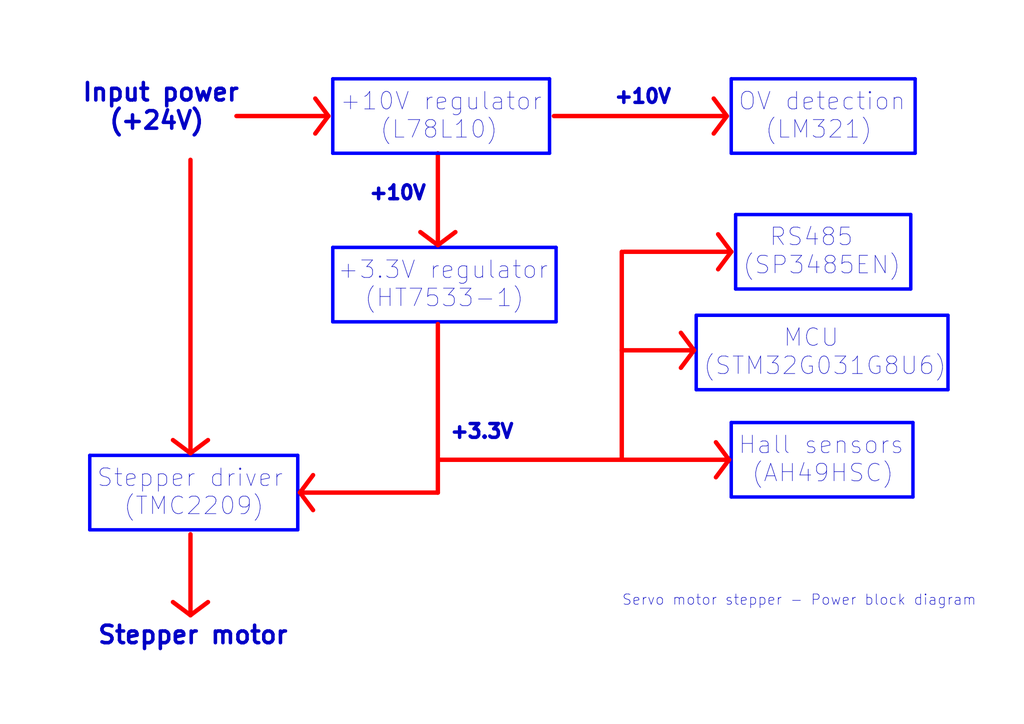
<source format=kicad_sch>
(kicad_sch (version 20230121) (generator eeschema)
  (paper "A4")
  (title_block (title "Servo motor stepper M4 -  Power block diagram") (date "2024-03-07") (rev "V1"))
  (lib_symbols)
  (polyline (pts (xy 127 70.485) (xy 127 44.45)) (stroke (width 1.27) (type solid) (color 255 0 0 1)))
  (polyline (pts (xy 96.52 71.755) (xy 96.52 93.345)) (stroke (width 1) (type solid) (color 0 0 255 1)))
  (polyline (pts (xy 201.93 91.44) (xy 274.955 91.44)) (stroke (width 1) (type solid) (color 0 0 255 1)))
  (polyline (pts (xy 26.035 132.08) (xy 86.36 132.08)) (stroke (width 1) (type solid) (color 0 0 255 1)))
  (polyline (pts (xy 96.52 22.86) (xy 96.52 44.45)) (stroke (width 1) (type solid) (color 0 0 255 1)))
  (polyline (pts (xy 212.09 22.86) (xy 212.09 44.45)) (stroke (width 1) (type solid) (color 0 0 255 1)))
  (polyline (pts (xy 90.805 147.955) (xy 86.995 142.875)) (stroke (width 1.27) (type solid) (color 255 0 0 1)))
  (polyline (pts (xy 207.01 28.575) (xy 210.82 33.655)) (stroke (width 1.27) (type solid) (color 255 0 0 1)))
  (polyline (pts (xy 264.16 62.23) (xy 264.16 83.82)) (stroke (width 1) (type solid) (color 0 0 255 1)))
  (polyline (pts (xy 60.325 174.625) (xy 55.245 178.435)) (stroke (width 1.27) (type solid) (color 255 0 0 1)))
  (polyline (pts (xy 264.795 122.555) (xy 264.795 144.145)) (stroke (width 1) (type solid) (color 0 0 255 1)))
  (polyline (pts (xy 55.245 131.445) (xy 50.165 127.635)) (stroke (width 1.27) (type solid) (color 255 0 0 1)))
  (polyline (pts (xy 159.385 44.45) (xy 96.52 44.45)) (stroke (width 1) (type solid) (color 0 0 255 1)))
  (polyline (pts (xy 55.245 131.445) (xy 55.245 46.355)) (stroke (width 1.27) (type solid) (color 255 0 0 1)))
  (polyline (pts (xy 161.29 71.755) (xy 161.29 93.345)) (stroke (width 1) (type solid) (color 0 0 255 1)))
  (polyline (pts (xy 210.82 33.655) (xy 207.01 38.735)) (stroke (width 1.27) (type solid) (color 255 0 0 1)))
  (polyline (pts (xy 86.995 142.875) (xy 127 142.875)) (stroke (width 1.27) (type solid) (color 255 0 0 1)))
  (polyline (pts (xy 95.25 33.655) (xy 91.44 38.735)) (stroke (width 1.27) (type solid) (color 255 0 0 1)))
  (polyline (pts (xy 208.28 67.945) (xy 212.09 73.025)) (stroke (width 1.27) (type solid) (color 255 0 0 1)))
  (polyline (pts (xy 265.43 44.45) (xy 212.09 44.45)) (stroke (width 1) (type solid) (color 0 0 255 1)))
  (polyline (pts (xy 86.36 153.67) (xy 26.035 153.67)) (stroke (width 1) (type solid) (color 0 0 255 1)))
  (polyline (pts (xy 127 142.875) (xy 127 93.98)) (stroke (width 1.27) (type solid) (color 255 0 0 1)))
  (polyline (pts (xy 212.09 122.555) (xy 212.09 144.145)) (stroke (width 1) (type solid) (color 0 0 255 1)))
  (polyline (pts (xy 55.245 178.435) (xy 50.165 174.625)) (stroke (width 1.27) (type solid) (color 255 0 0 1)))
  (polyline (pts (xy 265.43 22.86) (xy 265.43 44.45)) (stroke (width 1) (type solid) (color 0 0 255 1)))
  (polyline (pts (xy 211.455 133.35) (xy 207.645 138.43)) (stroke (width 1.27) (type solid) (color 255 0 0 1)))
  (polyline (pts (xy 264.795 144.145) (xy 212.09 144.145)) (stroke (width 1) (type solid) (color 0 0 255 1)))
  (polyline (pts (xy 60.325 127.635) (xy 55.245 131.445)) (stroke (width 1.27) (type solid) (color 255 0 0 1)))
  (polyline (pts (xy 86.36 132.08) (xy 86.36 153.67)) (stroke (width 1) (type solid) (color 0 0 255 1)))
  (polyline (pts (xy 201.295 101.6) (xy 197.485 106.68)) (stroke (width 1.27) (type solid) (color 255 0 0 1)))
  (polyline (pts (xy 211.455 133.35) (xy 127.635 133.35)) (stroke (width 1.27) (type solid) (color 255 0 0 1)))
  (polyline (pts (xy 94.615 33.655) (xy 68.58 33.655)) (stroke (width 1.27) (type solid) (color 255 0 0 1)))
  (polyline (pts (xy 96.52 22.86) (xy 159.385 22.86)) (stroke (width 1) (type solid) (color 0 0 255 1)))
  (polyline (pts (xy 161.29 93.345) (xy 96.52 93.345)) (stroke (width 1) (type solid) (color 0 0 255 1)))
  (polyline (pts (xy 212.09 73.025) (xy 208.28 78.105)) (stroke (width 1.27) (type solid) (color 255 0 0 1)))
  (polyline (pts (xy 212.09 73.025) (xy 180.975 73.025)) (stroke (width 1.27) (type solid) (color 255 0 0 1)))
  (polyline (pts (xy 132.08 67.31) (xy 127 71.12)) (stroke (width 1.27) (type solid) (color 255 0 0 1)))
  (polyline (pts (xy 213.36 62.23) (xy 213.36 83.82)) (stroke (width 1) (type solid) (color 0 0 255 1)))
  (polyline (pts (xy 207.645 128.27) (xy 211.455 133.35)) (stroke (width 1.27) (type solid) (color 255 0 0 1)))
  (polyline (pts (xy 86.995 142.875) (xy 90.805 137.795)) (stroke (width 1.27) (type solid) (color 255 0 0 1)))
  (polyline (pts (xy 212.09 22.86) (xy 265.43 22.86)) (stroke (width 1) (type solid) (color 0 0 255 1)))
  (polyline (pts (xy 96.52 71.755) (xy 161.29 71.755)) (stroke (width 1) (type solid) (color 0 0 255 1)))
  (polyline (pts (xy 159.385 22.86) (xy 159.385 44.45)) (stroke (width 1) (type solid) (color 0 0 255 1)))
  (polyline (pts (xy 212.09 122.555) (xy 264.795 122.555)) (stroke (width 1) (type solid) (color 0 0 255 1)))
  (polyline (pts (xy 180.34 132.715) (xy 180.34 73.025)) (stroke (width 1.27) (type solid) (color 255 0 0 1)))
  (polyline (pts (xy 201.93 91.44) (xy 201.93 113.03)) (stroke (width 1) (type solid) (color 0 0 255 1)))
  (polyline (pts (xy 91.44 28.575) (xy 95.25 33.655)) (stroke (width 1.27) (type solid) (color 255 0 0 1)))
  (polyline (pts (xy 55.245 178.435) (xy 55.245 154.94)) (stroke (width 1.27) (type solid) (color 255 0 0 1)))
  (polyline (pts (xy 127 71.12) (xy 121.92 67.31)) (stroke (width 1.27) (type solid) (color 255 0 0 1)))
  (polyline (pts (xy 213.36 62.23) (xy 264.16 62.23)) (stroke (width 1) (type solid) (color 0 0 255 1)))
  (polyline (pts (xy 274.955 113.03) (xy 201.93 113.03)) (stroke (width 1) (type solid) (color 0 0 255 1)))
  (polyline (pts (xy 201.295 101.6) (xy 180.34 101.6)) (stroke (width 1.27) (type solid) (color 255 0 0 1)))
  (polyline (pts (xy 26.035 132.08) (xy 26.035 153.67)) (stroke (width 1) (type solid) (color 0 0 255 1)))
  (polyline (pts (xy 264.16 83.82) (xy 213.36 83.82)) (stroke (width 1) (type solid) (color 0 0 255 1)))
  (polyline (pts (xy 274.955 91.44) (xy 274.955 113.03)) (stroke (width 1) (type solid) (color 0 0 255 1)))
  (polyline (pts (xy 197.485 96.52) (xy 201.295 101.6)) (stroke (width 1.27) (type solid) (color 255 0 0 1)))
  (polyline (pts (xy 209.55 33.655) (xy 160.655 33.655)) (stroke (width 1.27) (type solid) (color 255 0 0 1)))
  (text "+3.3V" (at 130.175 127.635 0) (effects (font (size 4 4) (thickness 1.016) bold) (justify left bottom)))
  (text "Stepper driver\n  (TMC2209)" (at 27.94 149.86 0) (effects (font (size 5.08 5.08)) (justify left bottom)))
  (text "+10V" (at 177.8 30.48 0) (effects (font (size 4 4) (thickness 1.016) bold) (justify left bottom)))
  (text "  RS485\n(SP3485EN)" (at 215.265 80.01 0) (effects (font (size 5.08 5.08)) (justify left bottom)))
  (text "Hall sensors\n (AH49HSC)" (at 213.995 140.335 0) (effects (font (size 5.08 5.08)) (justify left bottom)))
  (text "Servo motor stepper - Power block diagram" (at 180.34 175.895 0) (effects (font (size 3 3)) (justify left bottom)))
  (text "+3.3V regulator\n  (HT7533-1)" (at 97.79 89.535 0) (effects (font (size 5.08 5.08)) (justify left bottom)))
  (text "+10V regulator\n   (L78L10)" (at 98.425 40.64 0) (effects (font (size 5.08 5.08)) (justify left bottom)))
  (text "OV detection\n  (LM321)" (at 213.995 40.64 0) (effects (font (size 5.08 5.08)) (justify left bottom)))
  (text "Input power\n  (+24V)" (at 23.495 38.1 0) (effects (font (size 5.08 5.08) (thickness 1.016) bold) (justify left bottom)))
  (text "+10V" (at 106.68 58.42 0) (effects (font (size 4 4) (thickness 1.016) bold) (justify left bottom)))
  (text "Stepper motor" (at 27.94 187.325 0) (effects (font (size 5.08 5.08) (thickness 1.016) bold) (justify left bottom)))
  (text "      MCU\n(STM32G031G8U6)" (at 203.835 109.22 0) (effects (font (size 5.08 5.08)) (justify left bottom)))
)
</source>
